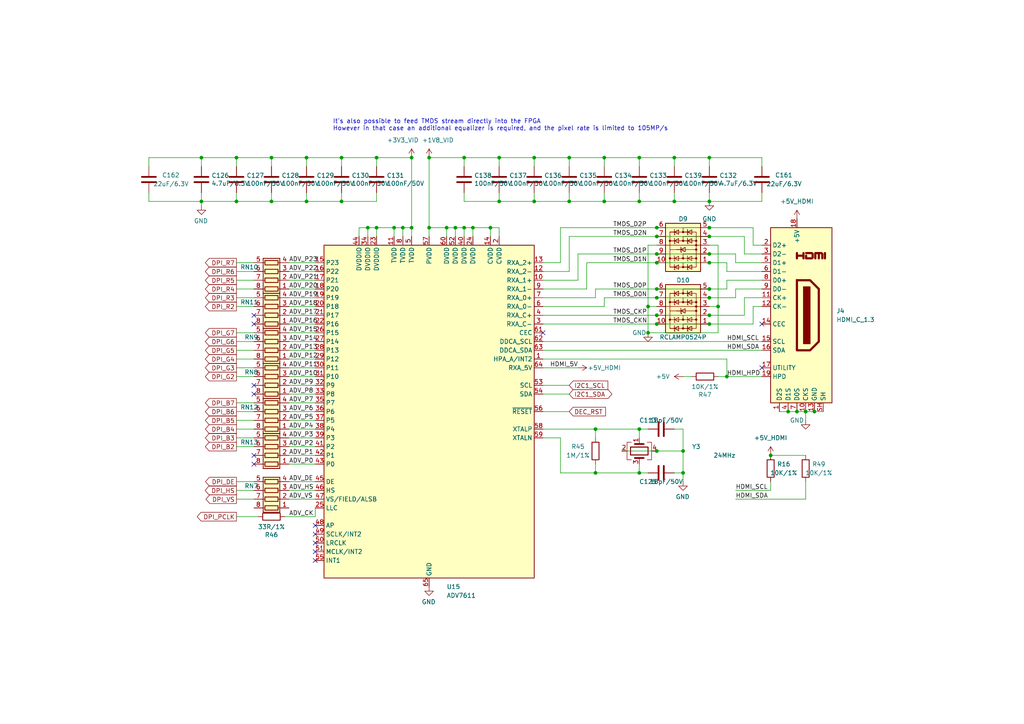
<source format=kicad_sch>
(kicad_sch (version 20231120) (generator "eeschema") (generator_version "8.0")
  (paper "A4")
  (title_block (title "Glider") (date "2025-04-18") (rev "R0.13") (company "Copyright 2025 Wenting Zhang"))
  (lib_symbols
    (symbol "Connector:HDMI_C_1.3"
      (property "Reference" "J" (at -6.35 26.67 0))
      (property "Value" "HDMI_C_1.3" (at 10.16 26.67 0))
      (symbol "HDMI_C_1.3_0_0"
        (polyline (pts (xy 8.128 16.51) (xy 8.128 18.034)) (stroke (width 0.635)))
        (polyline (pts (xy 0 16.51) (xy 0 18.034) (xy 0 17.272) (xy 1.905 17.272) (xy 1.905 18.034) (xy 1.905 16.51)) (stroke (width 0.635)))
        (polyline (pts (xy 2.667 18.034) (xy 4.318 18.034) (xy 4.572 17.78) (xy 4.572 16.764) (xy 4.318 16.51) (xy 2.667 16.51) (xy 2.667 17.272)) (stroke (width 0.635)))
      )
      (symbol "HDMI_C_1.3_0_1"
        (rectangle (start -7.62 25.4) (end 10.16 -25.4) (stroke (width 0.254)) (fill (type background)))
        (polyline (pts (xy 0 10.16) (xy 3.81 10.16) (xy 6.35 7.62) (xy 6.35 -7.62) (xy 3.81 -10.16) (xy 0 -10.16) (xy 0 10.16)) (stroke (width 0.635)))
        (polyline (pts (xy 5.334 16.51) (xy 5.334 18.034) (xy 6.35 18.034) (xy 6.35 16.51) (xy 6.35 18.034) (xy 7.112 18.034) (xy 7.366 17.78) (xy 7.366 16.51)) (stroke (width 0.635)))
        (rectangle (start 1.905 8.255) (end 3.81 -8.255) (stroke (width 0.254)) (fill (type outline)))
      )
      (symbol "HDMI_C_1.3_1_1"
        (pin power_in line (at -5.08 -27.94 90) (length 2.54) (name "D2S") (number "1"))
        (pin power_in line (at 2.54 -27.94 90) (length 2.54) (name "CKS") (number "10"))
        (pin passive line (at -10.16 5.08 0) (length 2.54) (name "CK+") (number "11"))
        (pin passive line (at -10.16 2.54 0) (length 2.54) (name "CK-") (number "12"))
        (pin power_in line (at 5.08 -27.94 90) (length 2.54) (name "GND") (number "13"))
        (pin bidirectional line (at -10.16 -2.54 0) (length 2.54) (name "CEC") (number "14"))
        (pin passive line (at -10.16 -7.62 0) (length 2.54) (name "SCL") (number "15"))
        (pin bidirectional line (at -10.16 -10.16 0) (length 2.54) (name "SDA") (number "16"))
        (pin passive line (at -10.16 -15.24 0) (length 2.54) (name "UTILITY") (number "17"))
        (pin power_in line (at 0 27.94 270) (length 2.54) (name "+5V") (number "18"))
        (pin passive line (at -10.16 -17.78 0) (length 2.54) (name "HPD") (number "19"))
        (pin passive line (at -10.16 20.32 0) (length 2.54) (name "D2+") (number "2"))
        (pin passive line (at -10.16 17.78 0) (length 2.54) (name "D2-") (number "3"))
        (pin power_in line (at -2.54 -27.94 90) (length 2.54) (name "D1S") (number "4"))
        (pin passive line (at -10.16 15.24 0) (length 2.54) (name "D1+") (number "5"))
        (pin passive line (at -10.16 12.7 0) (length 2.54) (name "D1-") (number "6"))
        (pin power_in line (at 0 -27.94 90) (length 2.54) (name "D0S") (number "7"))
        (pin passive line (at -10.16 10.16 0) (length 2.54) (name "D0+") (number "8"))
        (pin passive line (at -10.16 7.62 0) (length 2.54) (name "D0-") (number "9"))
        (pin passive line (at 7.62 -27.94 90) (length 2.54) (name "SH") (number "SH"))
      )
    )
    (symbol "Device:C" (pin_numbers hide) (pin_names (offset 0.254))
      (property "Reference" "C" (at 0.635 2.54 0))
      (property "Value" "C" (at 0.635 -2.54 0))
      (symbol "C_0_1"
        (polyline (pts (xy -2.032 -0.762) (xy 2.032 -0.762)) (stroke (width 0.508)))
        (polyline (pts (xy -2.032 0.762) (xy 2.032 0.762)) (stroke (width 0.508)))
      )
      (symbol "C_1_1"
        (pin passive line (at 0 3.81 270) (length 2.794) (name "~") (number "1"))
        (pin passive line (at 0 -3.81 90) (length 2.794) (name "~") (number "2"))
      )
    )
    (symbol "Device:Crystal_GND24" (pin_names (offset 1.016) hide)
      (property "Reference" "Y" (at 3.175 5.08 0))
      (property "Value" "Crystal_GND24" (at 3.175 3.175 0))
      (symbol "Crystal_GND24_0_1"
        (rectangle (start -1.143 2.54) (end 1.143 -2.54) (stroke (width 0.3048)))
        (polyline (pts (xy -2.54 0) (xy -2.032 0)))
        (polyline (pts (xy -2.032 -1.27) (xy -2.032 1.27)) (stroke (width 0.508)))
        (polyline (pts (xy 0 -3.81) (xy 0 -3.556)))
        (polyline (pts (xy 0 3.556) (xy 0 3.81)))
        (polyline (pts (xy 2.032 -1.27) (xy 2.032 1.27)) (stroke (width 0.508)))
        (polyline (pts (xy 2.032 0) (xy 2.54 0)))
        (polyline (pts (xy -2.54 -2.286) (xy -2.54 -3.556) (xy 2.54 -3.556) (xy 2.54 -2.286)))
        (polyline (pts (xy -2.54 2.286) (xy -2.54 3.556) (xy 2.54 3.556) (xy 2.54 2.286)))
      )
      (symbol "Crystal_GND24_1_1"
        (pin passive line (at -3.81 0 0) (length 1.27) (name "1") (number "1"))
        (pin passive line (at 0 5.08 270) (length 1.27) (name "2") (number "2"))
        (pin passive line (at 3.81 0 180) (length 1.27) (name "3") (number "3"))
        (pin passive line (at 0 -5.08 90) (length 1.27) (name "4") (number "4"))
      )
    )
    (symbol "Device:R" (pin_numbers hide) (pin_names (offset 0))
      (property "Reference" "R" (at 2.032 0 90))
      (property "Value" "R" (at 0 0 90))
      (symbol "R_0_1"
        (rectangle (start -1.016 -2.54) (end 1.016 2.54) (stroke (width 0.254)))
      )
      (symbol "R_1_1"
        (pin passive line (at 0 3.81 270) (length 1.27) (name "~") (number "1"))
        (pin passive line (at 0 -3.81 90) (length 1.27) (name "~") (number "2"))
      )
    )
    (symbol "Device:R_Pack04" (pin_names (offset 0) hide)
      (property "Reference" "RN" (at -7.62 0 90))
      (property "Value" "R_Pack04" (at 5.08 0 90))
      (symbol "R_Pack04_0_1"
        (rectangle (start -6.35 -2.413) (end 3.81 2.413) (stroke (width 0.254)) (fill (type background)))
        (rectangle (start -5.715 1.905) (end -4.445 -1.905) (stroke (width 0.254)))
        (rectangle (start -3.175 1.905) (end -1.905 -1.905) (stroke (width 0.254)))
        (rectangle (start -0.635 1.905) (end 0.635 -1.905) (stroke (width 0.254)))
        (polyline (pts (xy -5.08 -2.54) (xy -5.08 -1.905)))
        (polyline (pts (xy -5.08 1.905) (xy -5.08 2.54)))
        (polyline (pts (xy -2.54 -2.54) (xy -2.54 -1.905)))
        (polyline (pts (xy -2.54 1.905) (xy -2.54 2.54)))
        (polyline (pts (xy 0 -2.54) (xy 0 -1.905)))
        (polyline (pts (xy 0 1.905) (xy 0 2.54)))
        (polyline (pts (xy 2.54 -2.54) (xy 2.54 -1.905)))
        (polyline (pts (xy 2.54 1.905) (xy 2.54 2.54)))
        (rectangle (start 1.905 1.905) (end 3.175 -1.905) (stroke (width 0.254)))
      )
      (symbol "R_Pack04_1_1"
        (pin passive line (at -5.08 -5.08 90) (length 2.54) (name "R1.1") (number "1"))
        (pin passive line (at -2.54 -5.08 90) (length 2.54) (name "R2.1") (number "2"))
        (pin passive line (at 0 -5.08 90) (length 2.54) (name "R3.1") (number "3"))
        (pin passive line (at 2.54 -5.08 90) (length 2.54) (name "R4.1") (number "4"))
        (pin passive line (at 2.54 5.08 270) (length 2.54) (name "R4.2") (number "5"))
        (pin passive line (at 0 5.08 270) (length 2.54) (name "R3.2") (number "6"))
        (pin passive line (at -2.54 5.08 270) (length 2.54) (name "R2.2") (number "7"))
        (pin passive line (at -5.08 5.08 270) (length 2.54) (name "R1.2") (number "8"))
      )
    )
    (symbol "Interface_HDMI:ADV7611"
      (property "Reference" "U" (at -30.48 49.53 0))
      (property "Value" "ADV7611" (at 30.48 49.53 0))
      (symbol "ADV7611_0_1"
        (rectangle (start -30.48 48.26) (end 30.48 -48.26) (stroke (width 0.254)) (fill (type background)))
      )
      (symbol "ADV7611_1_1"
        (pin bidirectional line (at -33.02 15.24 0) (length 2.54) (name "HPA_A/INT2") (number "1"))
        (pin input line (at -33.02 38.1 0) (length 2.54) (name "RXA_1+") (number "10"))
        (pin power_in line (at 10.16 50.8 270) (length 2.54) (name "TVDD") (number "11"))
        (pin input line (at -33.02 40.64 0) (length 2.54) (name "RXA_2-") (number "12"))
        (pin input line (at -33.02 43.18 0) (length 2.54) (name "RXA_2+") (number "13"))
        (pin power_in line (at -17.78 50.8 270) (length 2.54) (name "CVDD") (number "14"))
        (pin output line (at 33.02 43.18 180) (length 2.54) (name "P23") (number "15"))
        (pin output line (at 33.02 40.64 180) (length 2.54) (name "P22") (number "16"))
        (pin output line (at 33.02 38.1 180) (length 2.54) (name "P21") (number "17"))
        (pin output line (at 33.02 35.56 180) (length 2.54) (name "P20") (number "18"))
        (pin output line (at 33.02 33.02 180) (length 2.54) (name "P19") (number "19"))
        (pin power_in line (at -20.32 50.8 270) (length 2.54) (name "CVDD") (number "2"))
        (pin output line (at 33.02 30.48 180) (length 2.54) (name "P18") (number "20"))
        (pin output line (at 33.02 27.94 180) (length 2.54) (name "P17") (number "21"))
        (pin output line (at 33.02 25.4 180) (length 2.54) (name "P16") (number "22"))
        (pin power_in line (at 15.24 50.8 270) (length 2.54) (name "DVDDIO") (number "23"))
        (pin power_in line (at -12.7 50.8 270) (length 2.54) (name "DVDD") (number "24"))
        (pin output line (at 33.02 -27.94 180) (length 2.54) (name "LLC") (number "25"))
        (pin output line (at 33.02 22.86 180) (length 2.54) (name "P15") (number "26"))
        (pin output line (at 33.02 20.32 180) (length 2.54) (name "P14") (number "27"))
        (pin output line (at 33.02 17.78 180) (length 2.54) (name "P13") (number "28"))
        (pin output line (at 33.02 15.24 180) (length 2.54) (name "P12") (number "29"))
        (pin input line (at -33.02 25.4 0) (length 2.54) (name "RXA_C-") (number "3"))
        (pin output line (at 33.02 12.7 180) (length 2.54) (name "P11") (number "30"))
        (pin output line (at 33.02 10.16 180) (length 2.54) (name "P10") (number "31"))
        (pin output line (at 33.02 7.62 180) (length 2.54) (name "P9") (number "32"))
        (pin output line (at 33.02 5.08 180) (length 2.54) (name "P8") (number "33"))
        (pin power_in line (at 17.78 50.8 270) (length 2.54) (name "DVDDIO") (number "34"))
        (pin output line (at 33.02 2.54 180) (length 2.54) (name "P7") (number "35"))
        (pin output line (at 33.02 0 180) (length 2.54) (name "P6") (number "36"))
        (pin output line (at 33.02 -2.54 180) (length 2.54) (name "P5") (number "37"))
        (pin output line (at 33.02 -5.08 180) (length 2.54) (name "P4") (number "38"))
        (pin output line (at 33.02 -7.62 180) (length 2.54) (name "P3") (number "39"))
        (pin input line (at -33.02 27.94 0) (length 2.54) (name "RXA_C+") (number "4"))
        (pin power_in line (at -10.16 50.8 270) (length 2.54) (name "DVDD") (number "40"))
        (pin output line (at 33.02 -10.16 180) (length 2.54) (name "P2") (number "41"))
        (pin output line (at 33.02 -12.7 180) (length 2.54) (name "P1") (number "42"))
        (pin output line (at 33.02 -15.24 180) (length 2.54) (name "P0") (number "43"))
        (pin power_in line (at 20.32 50.8 270) (length 2.54) (name "DVDDIO") (number "44"))
        (pin output line (at 33.02 -20.32 180) (length 2.54) (name "DE") (number "45"))
        (pin output line (at 33.02 -22.86 180) (length 2.54) (name "HS") (number "46"))
        (pin bidirectional line (at 33.02 -25.4 180) (length 2.54) (name "VS/FIELD/ALSB") (number "47"))
        (pin output line (at 33.02 -33.02 180) (length 2.54) (name "AP") (number "48"))
        (pin output line (at 33.02 -35.56 180) (length 2.54) (name "SCLK/INT2") (number "49"))
        (pin power_in line (at 5.08 50.8 270) (length 2.54) (name "TVDD") (number "5"))
        (pin output line (at 33.02 -38.1 180) (length 2.54) (name "LRCLK") (number "50"))
        (pin output line (at 33.02 -40.64 180) (length 2.54) (name "MCLK/INT2") (number "51"))
        (pin power_in line (at -7.62 50.8 270) (length 2.54) (name "DVDD") (number "52"))
        (pin input line (at -33.02 7.62 0) (length 2.54) (name "SCL") (number "53"))
        (pin bidirectional line (at -33.02 5.08 0) (length 2.54) (name "SDA") (number "54"))
        (pin output line (at 33.02 -43.18 180) (length 2.54) (name "INT1") (number "55"))
        (pin input line (at -33.02 0 0) (length 2.54) (name "~{RESET}") (number "56"))
        (pin power_in line (at 0 50.8 270) (length 2.54) (name "PVDD") (number "57"))
        (pin input line (at -33.02 -5.08 0) (length 2.54) (name "XTALP") (number "58"))
        (pin input line (at -33.02 -7.62 0) (length 2.54) (name "XTALN") (number "59"))
        (pin input line (at -33.02 30.48 0) (length 2.54) (name "RXA_0-") (number "6"))
        (pin power_in line (at -5.08 50.8 270) (length 2.54) (name "DVDD") (number "60"))
        (pin bidirectional line (at -33.02 22.86 0) (length 2.54) (name "CEC") (number "61"))
        (pin input line (at -33.02 20.32 0) (length 2.54) (name "DDCA_SCL") (number "62"))
        (pin bidirectional line (at -33.02 17.78 0) (length 2.54) (name "DDCA_SDA") (number "63"))
        (pin input line (at -33.02 12.7 0) (length 2.54) (name "RXA_5V") (number "64"))
        (pin power_in line (at 0 -50.8 90) (length 2.54) (name "GND") (number "65"))
        (pin input line (at -33.02 33.02 0) (length 2.54) (name "RXA_0+") (number "7"))
        (pin power_in line (at 7.62 50.8 270) (length 2.54) (name "TVDD") (number "8"))
        (pin input line (at -33.02 35.56 0) (length 2.54) (name "RXA_1-") (number "9"))
      )
    )
    (symbol "power:+5V" (power) (pin_names (offset 0))
      (property "Value" "+5V" (at 0 3.556 0))
      (symbol "+5V_0_1"
        (polyline (pts (xy -0.762 1.27) (xy 0 2.54)))
        (polyline (pts (xy 0 0) (xy 0 2.54)))
        (polyline (pts (xy 0 2.54) (xy 0.762 1.27)))
      )
      (symbol "+5V_1_1"
        (pin power_in line (at 0 0 90) (length 0) hide (name "+5V") (number "1"))
      )
    )
    (symbol "power:GND" (power) (pin_names (offset 0))
      (property "Value" "GND" (at 0 -3.81 0))
      (symbol "GND_0_1"
        (polyline (pts (xy 0 0) (xy 0 -1.27) (xy 1.27 -1.27) (xy 0 -2.54) (xy -1.27 -1.27) (xy 0 -1.27)))
      )
      (symbol "GND_1_1"
        (pin power_in line (at 0 0 270) (length 0) hide (name "GND") (number "1"))
      )
    )
    (symbol "symbols:+V" (power) (pin_names (offset 0))
      (property "Value" "+V" (at 0 3.556 0))
      (symbol "+V_0_1"
        (polyline (pts (xy -0.762 1.27) (xy 0 2.54)))
        (polyline (pts (xy 0 0) (xy 0 2.54)))
        (polyline (pts (xy 0 2.54) (xy 0.762 1.27)))
      )
      (symbol "+V_1_1"
        (pin power_in line (at 0 0 90) (length 0) hide (name "~") (number "1"))
      )
    )
    (symbol "symbols:RCLAMP0524P" (pin_names hide)
      (property "Reference" "D" (at 7.62 1.27 0))
      (property "Value" "RCLAMP0524P" (at 7.62 -0.635 0))
      (symbol "RCLAMP0524P_0_0"
        (pin passive line (at 0 -7.62 90) (length 2.54) (name "GND") (number "3"))
      )
      (symbol "RCLAMP0524P_0_1"
        (rectangle (start -7.62 5.08) (end 6.35 -5.08) (stroke (width 0.254)) (fill (type background)))
        (circle (center -6.35 0) (radius 0.254) (fill (type outline)))
        (circle (center -3.81 -3.81) (radius 0.254) (fill (type outline)))
        (circle (center -3.81 0) (radius 0.254) (fill (type outline)))
        (circle (center -3.81 3.81) (radius 0.254) (fill (type outline)))
        (circle (center -1.27 -3.81) (radius 0.254) (fill (type outline)))
        (circle (center 0 -3.81) (radius 0.254) (fill (type outline)))
        (polyline (pts (xy -6.35 0) (xy -6.35 -1.27)))
        (polyline (pts (xy -6.35 2.54) (xy -6.35 -1.27)))
        (polyline (pts (xy -6.35 3.81) (xy -6.35 2.54)))
        (polyline (pts (xy -6.35 3.81) (xy -6.35 2.54)))
        (polyline (pts (xy -3.81 -3.81) (xy -3.81 2.54)))
        (polyline (pts (xy -3.81 3.81) (xy -3.81 2.54)))
        (polyline (pts (xy -3.175 -1.27) (xy -3.048 -1.27)))
        (polyline (pts (xy -3.175 2.54) (xy -3.048 2.54)))
        (polyline (pts (xy -1.27 0.635) (xy -1.27 -3.81)))
        (polyline (pts (xy -1.27 1.905) (xy -1.27 0.635)))
        (polyline (pts (xy -1.27 3.81) (xy -1.27 0.635)))
        (polyline (pts (xy 0 -5.08) (xy 0 -3.81)))
        (polyline (pts (xy 0 5.08) (xy 0 -3.81)))
        (polyline (pts (xy 1.27 -3.81) (xy -1.27 -3.81)))
        (polyline (pts (xy 1.27 0) (xy 1.27 -1.27)))
        (polyline (pts (xy 1.27 2.54) (xy 1.27 -1.27)))
        (polyline (pts (xy 1.27 3.81) (xy 1.27 2.54)))
        (polyline (pts (xy 1.27 3.81) (xy 1.27 2.54)))
        (polyline (pts (xy 3.81 0) (xy 3.81 -1.27)))
        (polyline (pts (xy 3.81 2.54) (xy 3.81 -1.27)))
        (polyline (pts (xy 3.81 3.81) (xy -6.35 3.81)))
        (polyline (pts (xy 3.81 3.81) (xy 3.81 2.54)))
        (polyline (pts (xy 3.81 3.81) (xy 3.81 2.54)))
        (polyline (pts (xy -6.35 -1.27) (xy -6.35 -3.81) (xy -1.27 -3.81)))
        (polyline (pts (xy -5.08 -5.08) (xy -5.08 0) (xy -6.35 0)))
        (polyline (pts (xy -3.175 -1.27) (xy -4.572 -1.27) (xy -4.572 -1.524)))
        (polyline (pts (xy -3.175 2.54) (xy -4.572 2.54) (xy -4.572 2.286)))
        (polyline (pts (xy -2.54 -5.08) (xy -2.54 0) (xy -3.81 0)))
        (polyline (pts (xy 1.27 -1.27) (xy 1.27 -3.81) (xy 3.81 -3.81)))
        (polyline (pts (xy 2.54 -5.08) (xy 2.54 0) (xy 1.27 0)))
        (polyline (pts (xy 3.81 -1.27) (xy 3.81 -3.81) (xy 3.81 -3.81)))
        (polyline (pts (xy 5.08 -5.08) (xy 5.08 0) (xy 3.81 0)))
        (polyline (pts (xy -7.112 -1.524) (xy -7.112 -1.27) (xy -5.715 -1.27) (xy -5.588 -1.27)))
        (polyline (pts (xy -7.112 -1.524) (xy -7.112 -1.27) (xy -5.715 -1.27) (xy -5.588 -1.27)))
        (polyline (pts (xy -7.112 2.286) (xy -7.112 2.54) (xy -5.715 2.54) (xy -5.588 2.54)))
        (polyline (pts (xy -7.112 2.286) (xy -7.112 2.54) (xy -5.715 2.54) (xy -5.588 2.54)))
        (polyline (pts (xy -6.35 -1.27) (xy -5.715 -2.54) (xy -6.985 -2.54) (xy -6.35 -1.27)))
        (polyline (pts (xy -6.35 -1.27) (xy -5.715 -2.54) (xy -6.985 -2.54) (xy -6.35 -1.27)))
        (polyline (pts (xy -6.35 2.54) (xy -5.715 1.27) (xy -6.985 1.27) (xy -6.35 2.54)))
        (polyline (pts (xy -6.35 2.54) (xy -5.715 1.27) (xy -6.985 1.27) (xy -6.35 2.54)))
        (polyline (pts (xy -3.175 -2.54) (xy -4.445 -2.54) (xy -3.81 -1.27) (xy -3.175 -2.54)))
        (polyline (pts (xy -3.175 1.27) (xy -4.445 1.27) (xy -3.81 2.54) (xy -3.175 1.27)))
        (polyline (pts (xy -2.032 0.381) (xy -2.032 0.635) (xy -0.635 0.635) (xy -0.508 0.635)))
        (polyline (pts (xy -2.032 0.381) (xy -2.032 0.635) (xy -0.635 0.635) (xy -0.508 0.635)))
        (polyline (pts (xy -1.27 0.635) (xy -0.635 -0.635) (xy -1.905 -0.635) (xy -1.27 0.635)))
        (polyline (pts (xy -1.27 0.635) (xy -0.635 -0.635) (xy -1.905 -0.635) (xy -1.27 0.635)))
        (polyline (pts (xy 0.508 -1.524) (xy 0.508 -1.27) (xy 1.905 -1.27) (xy 2.032 -1.27)))
        (polyline (pts (xy 0.508 -1.524) (xy 0.508 -1.27) (xy 1.905 -1.27) (xy 2.032 -1.27)))
        (polyline (pts (xy 0.508 2.286) (xy 0.508 2.54) (xy 1.905 2.54) (xy 2.032 2.54)))
        (polyline (pts (xy 0.508 2.286) (xy 0.508 2.54) (xy 1.905 2.54) (xy 2.032 2.54)))
        (polyline (pts (xy 1.27 -1.27) (xy 1.905 -2.54) (xy 0.635 -2.54) (xy 1.27 -1.27)))
        (polyline (pts (xy 1.27 -1.27) (xy 1.905 -2.54) (xy 0.635 -2.54) (xy 1.27 -1.27)))
        (polyline (pts (xy 1.27 2.54) (xy 1.905 1.27) (xy 0.635 1.27) (xy 1.27 2.54)))
        (polyline (pts (xy 1.27 2.54) (xy 1.905 1.27) (xy 0.635 1.27) (xy 1.27 2.54)))
        (polyline (pts (xy 3.048 -1.524) (xy 3.048 -1.27) (xy 4.445 -1.27) (xy 4.572 -1.27)))
        (polyline (pts (xy 3.048 -1.524) (xy 3.048 -1.27) (xy 4.445 -1.27) (xy 4.572 -1.27)))
        (polyline (pts (xy 3.048 2.286) (xy 3.048 2.54) (xy 4.445 2.54) (xy 4.572 2.54)))
        (polyline (pts (xy 3.048 2.286) (xy 3.048 2.54) (xy 4.445 2.54) (xy 4.572 2.54)))
        (polyline (pts (xy 3.81 -1.27) (xy 4.445 -2.54) (xy 3.175 -2.54) (xy 3.81 -1.27)))
        (polyline (pts (xy 3.81 -1.27) (xy 4.445 -2.54) (xy 3.175 -2.54) (xy 3.81 -1.27)))
        (polyline (pts (xy 3.81 2.54) (xy 4.445 1.27) (xy 3.175 1.27) (xy 3.81 2.54)))
        (polyline (pts (xy 3.81 2.54) (xy 4.445 1.27) (xy 3.175 1.27) (xy 3.81 2.54)))
        (circle (center 1.27 -3.81) (radius 0.254) (fill (type outline)))
        (circle (center 1.27 0) (radius 0.254) (fill (type outline)))
        (circle (center 1.27 3.81) (radius 0.254) (fill (type outline)))
        (circle (center 3.81 0) (radius 0.254) (fill (type outline)))
      )
      (symbol "RCLAMP0524P_1_1"
        (pin passive line (at -5.08 -7.62 90) (length 2.54) (name "IO1") (number "1"))
        (pin passive line (at -5.08 7.62 270) (length 2.54) (name "NC4") (number "10"))
        (pin passive line (at -2.54 -7.62 90) (length 2.54) (name "IO2") (number "2"))
        (pin passive line (at 2.54 -7.62 90) (length 2.54) (name "IO3") (number "4"))
        (pin passive line (at 5.08 -7.62 90) (length 2.54) (name "IO4") (number "5"))
        (pin passive line (at 5.08 7.62 270) (length 2.54) (name "NC1") (number "6"))
        (pin passive line (at 2.54 7.62 270) (length 2.54) (name "NC2") (number "7"))
        (pin passive line (at 0 7.62 270) (length 2.54) (name "GND") (number "8"))
        (pin passive line (at -2.54 7.62 270) (length 2.54) (name "NC3") (number "9"))
      )
    )
  )
  (junction (at 210.82 109.22))
  (junction (at 190.5 73.66))
  (junction (at 205.74 73.66))
  (junction (at 119.38 66.04))
  (junction (at 175.26 45.72))
  (junction (at 195.58 58.42))
  (junction (at 236.22 119.38))
  (junction (at 172.72 137.16))
  (junction (at 129.54 66.04))
  (junction (at 205.74 91.44))
  (junction (at 190.5 93.98))
  (junction (at 175.26 58.42))
  (junction (at 172.72 124.46))
  (junction (at 165.1 58.42))
  (junction (at 106.68 66.04))
  (junction (at 119.38 45.72))
  (junction (at 58.42 45.72))
  (junction (at 205.74 58.42))
  (junction (at 144.78 58.42))
  (junction (at 132.08 66.04))
  (junction (at 198.12 137.16) (diameter 0.9144))
  (junction (at 187.96 96.52))
  (junction (at 190.5 66.04))
  (junction (at 205.74 45.72))
  (junction (at 185.42 137.16) (diameter 0.9144))
  (junction (at 190.5 76.2))
  (junction (at 109.22 66.04))
  (junction (at 208.28 88.9))
  (junction (at 190.5 86.36))
  (junction (at 116.84 66.04))
  (junction (at 190.5 91.44))
  (junction (at 134.62 45.72))
  (junction (at 185.42 124.46) (diameter 0.9144))
  (junction (at 142.24 66.04))
  (junction (at 114.3 66.04))
  (junction (at 99.06 45.72))
  (junction (at 68.58 58.42))
  (junction (at 190.5 68.58))
  (junction (at 187.96 88.9))
  (junction (at 185.42 45.72))
  (junction (at 134.62 66.04))
  (junction (at 88.9 45.72))
  (junction (at 228.6 119.38))
  (junction (at 109.22 45.72))
  (junction (at 88.9 58.42))
  (junction (at 144.78 45.72))
  (junction (at 78.74 58.42))
  (junction (at 205.74 76.2))
  (junction (at 205.74 83.82))
  (junction (at 165.1 45.72))
  (junction (at 124.46 45.72))
  (junction (at 137.16 66.04))
  (junction (at 231.14 119.38))
  (junction (at 68.58 45.72))
  (junction (at 195.58 45.72))
  (junction (at 154.94 45.72))
  (junction (at 185.42 58.42))
  (junction (at 58.42 58.42) (diameter 0.9144))
  (junction (at 190.5 83.82))
  (junction (at 205.74 93.98))
  (junction (at 190.5 130.81) (diameter 0.9144))
  (junction (at 205.74 66.04))
  (junction (at 233.68 119.38))
  (junction (at 205.74 68.58))
  (junction (at 78.74 45.72))
  (junction (at 205.74 86.36))
  (junction (at 124.46 66.04))
  (junction (at 99.06 58.42))
  (junction (at 198.12 130.81) (diameter 0.9144))
  (junction (at 154.94 58.42))
  (junction (at 223.52 132.08))
  (no_connect (at 73.66 91.44))
  (no_connect (at 73.66 132.08))
  (no_connect (at 91.44 162.56))
  (no_connect (at 91.44 160.02))
  (no_connect (at 73.66 114.3))
  (no_connect (at 91.44 152.4))
  (no_connect (at 220.98 106.68))
  (no_connect (at 73.66 134.62))
  (no_connect (at 157.48 96.52))
  (no_connect (at 73.66 111.76))
  (no_connect (at 73.66 93.98))
  (no_connect (at 91.44 157.48))
  (no_connect (at 220.98 93.98))
  (no_connect (at 91.44 154.94))
  (wire (pts (xy 198.12 130.81) (xy 190.5 130.81)))
  (wire (pts (xy 233.68 144.78) (xy 233.68 139.7)))
  (wire (pts (xy 83.82 99.06) (xy 91.44 99.06)))
  (wire (pts (xy 132.08 66.04) (xy 129.54 66.04)))
  (wire (pts (xy 114.3 66.04) (xy 116.84 66.04)))
  (wire (pts (xy 220.98 71.12) (xy 218.44 71.12)))
  (wire (pts (xy 190.5 93.98) (xy 205.74 93.98)))
  (wire (pts (xy 68.58 119.38) (xy 73.66 119.38)))
  (wire (pts (xy 205.74 83.82) (xy 210.82 83.82)))
  (wire (pts (xy 175.26 45.72) (xy 185.42 45.72)))
  (wire (pts (xy 172.72 137.16) (xy 185.42 137.16)))
  (wire (pts (xy 185.42 127) (xy 185.42 124.46)))
  (wire (pts (xy 210.82 104.14) (xy 210.82 109.22)))
  (wire (pts (xy 68.58 129.54) (xy 73.66 129.54)))
  (wire (pts (xy 220.98 58.42) (xy 205.74 58.42)))
  (wire (pts (xy 68.58 96.52) (xy 73.66 96.52)))
  (wire (pts (xy 144.78 55.88) (xy 144.78 58.42)))
  (wire (pts (xy 58.42 58.42) (xy 68.58 58.42)))
  (wire (pts (xy 195.58 58.42) (xy 205.74 58.42)))
  (wire (pts (xy 226.06 119.38) (xy 228.6 119.38)))
  (wire (pts (xy 68.58 81.28) (xy 73.66 81.28)))
  (wire (pts (xy 43.18 58.42) (xy 58.42 58.42)))
  (wire (pts (xy 208.28 71.12) (xy 208.28 88.9)))
  (wire (pts (xy 129.54 66.04) (xy 124.46 66.04)))
  (wire (pts (xy 58.42 45.72) (xy 58.42 48.26)))
  (wire (pts (xy 231.14 119.38) (xy 233.68 119.38)))
  (wire (pts (xy 165.1 45.72) (xy 175.26 45.72)))
  (wire (pts (xy 210.82 109.22) (xy 220.98 109.22)))
  (wire (pts (xy 175.26 55.88) (xy 175.26 58.42)))
  (wire (pts (xy 109.22 45.72) (xy 119.38 45.72)))
  (wire (pts (xy 106.68 66.04) (xy 106.68 68.58)))
  (wire (pts (xy 157.48 76.2) (xy 162.56 76.2)))
  (wire (pts (xy 228.6 119.38) (xy 231.14 119.38)))
  (wire (pts (xy 78.74 58.42) (xy 88.9 58.42)))
  (wire (pts (xy 187.96 124.46) (xy 185.42 124.46)))
  (wire (pts (xy 175.26 58.42) (xy 185.42 58.42)))
  (wire (pts (xy 83.82 88.9) (xy 91.44 88.9)))
  (wire (pts (xy 180.34 130.81) (xy 190.5 130.81)))
  (wire (pts (xy 134.62 66.04) (xy 132.08 66.04)))
  (wire (pts (xy 172.72 134.62) (xy 172.72 137.16)))
  (wire (pts (xy 220.98 83.82) (xy 213.36 83.82)))
  (wire (pts (xy 220.98 55.88) (xy 220.98 58.42)))
  (wire (pts (xy 165.1 68.58) (xy 190.5 68.58)))
  (wire (pts (xy 83.82 93.98) (xy 91.44 93.98)))
  (wire (pts (xy 190.5 91.44) (xy 205.74 91.44)))
  (wire (pts (xy 172.72 124.46) (xy 157.48 124.46)))
  (wire (pts (xy 68.58 149.86) (xy 74.93 149.86)))
  (wire (pts (xy 205.74 71.12) (xy 208.28 71.12)))
  (wire (pts (xy 185.42 45.72) (xy 185.42 48.26)))
  (wire (pts (xy 190.5 83.82) (xy 205.74 83.82)))
  (wire (pts (xy 83.82 101.6) (xy 91.44 101.6)))
  (wire (pts (xy 68.58 121.92) (xy 73.66 121.92)))
  (wire (pts (xy 99.06 48.26) (xy 99.06 45.72)))
  (wire (pts (xy 175.26 88.9) (xy 175.26 86.36)))
  (wire (pts (xy 68.58 45.72) (xy 78.74 45.72)))
  (wire (pts (xy 210.82 78.74) (xy 210.82 76.2)))
  (wire (pts (xy 233.68 119.38) (xy 236.22 119.38)))
  (wire (pts (xy 83.82 76.2) (xy 91.44 76.2)))
  (wire (pts (xy 187.96 96.52) (xy 208.28 96.52)))
  (wire (pts (xy 91.44 149.86) (xy 91.44 147.32)))
  (wire (pts (xy 68.58 76.2) (xy 73.66 76.2)))
  (wire (pts (xy 195.58 124.46) (xy 198.12 124.46)))
  (wire (pts (xy 58.42 45.72) (xy 68.58 45.72)))
  (wire (pts (xy 124.46 45.72) (xy 124.46 66.04)))
  (wire (pts (xy 99.06 45.72) (xy 109.22 45.72)))
  (wire (pts (xy 187.96 88.9) (xy 187.96 96.52)))
  (wire (pts (xy 236.22 119.38) (xy 238.76 119.38)))
  (wire (pts (xy 190.5 71.12) (xy 187.96 71.12)))
  (wire (pts (xy 83.82 116.84) (xy 91.44 116.84)))
  (wire (pts (xy 83.82 91.44) (xy 91.44 91.44)))
  (wire (pts (xy 185.42 45.72) (xy 195.58 45.72)))
  (wire (pts (xy 83.82 134.62) (xy 91.44 134.62)))
  (wire (pts (xy 157.48 93.98) (xy 190.5 93.98)))
  (wire (pts (xy 68.58 139.7) (xy 73.66 139.7)))
  (wire (pts (xy 116.84 66.04) (xy 116.84 68.58)))
  (wire (pts (xy 198.12 124.46) (xy 198.12 130.81)))
  (wire (pts (xy 187.96 88.9) (xy 190.5 88.9)))
  (wire (pts (xy 213.36 144.78) (xy 233.68 144.78)))
  (wire (pts (xy 154.94 45.72) (xy 165.1 45.72)))
  (wire (pts (xy 68.58 83.82) (xy 73.66 83.82)))
  (wire (pts (xy 68.58 142.24) (xy 73.66 142.24)))
  (wire (pts (xy 109.22 66.04) (xy 114.3 66.04)))
  (wire (pts (xy 68.58 104.14) (xy 73.66 104.14)))
  (wire (pts (xy 142.24 66.04) (xy 142.24 68.58)))
  (wire (pts (xy 134.62 45.72) (xy 134.62 48.26)))
  (wire (pts (xy 88.9 45.72) (xy 88.9 48.26)))
  (wire (pts (xy 190.5 86.36) (xy 205.74 86.36)))
  (wire (pts (xy 190.5 68.58) (xy 205.74 68.58)))
  (wire (pts (xy 68.58 58.42) (xy 78.74 58.42)))
  (wire (pts (xy 175.26 86.36) (xy 190.5 86.36)))
  (wire (pts (xy 208.28 96.52) (xy 208.28 88.9)))
  (wire (pts (xy 132.08 66.04) (xy 132.08 68.58)))
  (wire (pts (xy 165.1 111.76) (xy 157.48 111.76)))
  (wire (pts (xy 172.72 124.46) (xy 172.72 127)))
  (wire (pts (xy 137.16 66.04) (xy 137.16 68.58)))
  (wire (pts (xy 68.58 109.22) (xy 73.66 109.22)))
  (wire (pts (xy 109.22 66.04) (xy 109.22 68.58)))
  (wire (pts (xy 142.24 66.04) (xy 137.16 66.04)))
  (wire (pts (xy 83.82 139.7) (xy 91.44 139.7)))
  (wire (pts (xy 170.18 83.82) (xy 170.18 76.2)))
  (wire (pts (xy 205.74 68.58) (xy 215.9 68.58)))
  (wire (pts (xy 124.46 66.04) (xy 124.46 68.58)))
  (wire (pts (xy 195.58 55.88) (xy 195.58 58.42)))
  (wire (pts (xy 83.82 127) (xy 91.44 127)))
  (wire (pts (xy 154.94 58.42) (xy 165.1 58.42)))
  (wire (pts (xy 165.1 55.88) (xy 165.1 58.42)))
  (wire (pts (xy 213.36 76.2) (xy 213.36 73.66)))
  (wire (pts (xy 218.44 93.98) (xy 205.74 93.98)))
  (wire (pts (xy 157.48 81.28) (xy 167.64 81.28)))
  (wire (pts (xy 116.84 66.04) (xy 119.38 66.04)))
  (wire (pts (xy 213.36 142.24) (xy 223.52 142.24)))
  (wire (pts (xy 215.9 68.58) (xy 215.9 73.66)))
  (wire (pts (xy 88.9 45.72) (xy 99.06 45.72)))
  (wire (pts (xy 78.74 45.72) (xy 88.9 45.72)))
  (wire (pts (xy 83.82 111.76) (xy 91.44 111.76)))
  (wire (pts (xy 162.56 127) (xy 162.56 137.16)))
  (wire (pts (xy 208.28 109.22) (xy 210.82 109.22)))
  (wire (pts (xy 198.12 130.81) (xy 198.12 137.16)))
  (wire (pts (xy 109.22 55.88) (xy 109.22 58.42)))
  (wire (pts (xy 213.36 86.36) (xy 205.74 86.36)))
  (wire (pts (xy 172.72 86.36) (xy 172.72 83.82)))
  (wire (pts (xy 68.58 88.9) (xy 73.66 88.9)))
  (wire (pts (xy 83.82 114.3) (xy 91.44 114.3)))
  (wire (pts (xy 114.3 66.04) (xy 114.3 68.58)))
  (wire (pts (xy 223.52 142.24) (xy 223.52 139.7)))
  (wire (pts (xy 68.58 101.6) (xy 73.66 101.6)))
  (wire (pts (xy 162.56 76.2) (xy 162.56 66.04)))
  (wire (pts (xy 220.98 78.74) (xy 210.82 78.74)))
  (wire (pts (xy 83.82 129.54) (xy 91.44 129.54)))
  (wire (pts (xy 187.96 71.12) (xy 187.96 88.9)))
  (wire (pts (xy 185.42 124.46) (xy 172.72 124.46)))
  (wire (pts (xy 124.46 45.72) (xy 134.62 45.72)))
  (wire (pts (xy 104.14 66.04) (xy 106.68 66.04)))
  (wire (pts (xy 157.48 106.68) (xy 167.64 106.68)))
  (wire (pts (xy 83.82 132.08) (xy 91.44 132.08)))
  (wire (pts (xy 137.16 66.04) (xy 134.62 66.04)))
  (wire (pts (xy 208.28 88.9) (xy 205.74 88.9)))
  (wire (pts (xy 185.42 55.88) (xy 185.42 58.42)))
  (wire (pts (xy 83.82 142.24) (xy 91.44 142.24)))
  (wire (pts (xy 215.9 86.36) (xy 215.9 91.44)))
  (wire (pts (xy 167.64 81.28) (xy 167.64 73.66)))
  (wire (pts (xy 233.68 119.38) (xy 233.68 121.92)))
  (wire (pts (xy 220.98 45.72) (xy 205.74 45.72)))
  (wire (pts (xy 68.58 99.06) (xy 73.66 99.06)))
  (wire (pts (xy 165.1 45.72) (xy 165.1 48.26)))
  (wire (pts (xy 157.48 78.74) (xy 165.1 78.74)))
  (wire (pts (xy 83.82 81.28) (xy 91.44 81.28)))
  (wire (pts (xy 157.48 86.36) (xy 172.72 86.36)))
  (wire (pts (xy 218.44 71.12) (xy 218.44 66.04)))
  (wire (pts (xy 83.82 121.92) (xy 91.44 121.92)))
  (wire (pts (xy 134.62 66.04) (xy 134.62 68.58)))
  (wire (pts (xy 83.82 144.78) (xy 91.44 144.78)))
  (wire (pts (xy 68.58 45.72) (xy 68.58 48.26)))
  (wire (pts (xy 43.18 55.88) (xy 43.18 58.42)))
  (wire (pts (xy 157.48 88.9) (xy 175.26 88.9)))
  (wire (pts (xy 134.62 45.72) (xy 144.78 45.72)))
  (wire (pts (xy 109.22 45.72) (xy 109.22 48.26)))
  (wire (pts (xy 165.1 58.42) (xy 175.26 58.42)))
  (wire (pts (xy 220.98 81.28) (xy 210.82 81.28)))
  (wire (pts (xy 144.78 68.58) (xy 144.78 66.04)))
  (wire (pts (xy 223.52 132.08) (xy 233.68 132.08)))
  (wire (pts (xy 198.12 137.16) (xy 198.12 139.7)))
  (wire (pts (xy 144.78 66.04) (xy 142.24 66.04)))
  (wire (pts (xy 205.74 48.26) (xy 205.74 45.72)))
  (wire (pts (xy 68.58 106.68) (xy 73.66 106.68)))
  (wire (pts (xy 83.82 86.36) (xy 91.44 86.36)))
  (wire (pts (xy 220.98 88.9) (xy 218.44 88.9)))
  (wire (pts (xy 106.68 66.04) (xy 109.22 66.04)))
  (wire (pts (xy 162.56 137.16) (xy 172.72 137.16)))
  (wire (pts (xy 185.42 58.42) (xy 195.58 58.42)))
  (wire (pts (xy 185.42 137.16) (xy 187.96 137.16)))
  (wire (pts (xy 162.56 66.04) (xy 190.5 66.04)))
  (wire (pts (xy 83.82 78.74) (xy 91.44 78.74)))
  (wire (pts (xy 43.18 48.26) (xy 43.18 45.72)))
  (wire (pts (xy 157.48 101.6) (xy 220.98 101.6)))
  (wire (pts (xy 154.94 45.72) (xy 144.78 45.72)))
  (wire (pts (xy 157.48 119.38) (xy 165.1 119.38)))
  (wire (pts (xy 134.62 55.88) (xy 134.62 58.42)))
  (wire (pts (xy 83.82 106.68) (xy 91.44 106.68)))
  (wire (pts (xy 68.58 86.36) (xy 73.66 86.36)))
  (wire (pts (xy 220.98 86.36) (xy 215.9 86.36)))
  (wire (pts (xy 220.98 76.2) (xy 213.36 76.2)))
  (wire (pts (xy 144.78 45.72) (xy 144.78 48.26)))
  (wire (pts (xy 68.58 55.88) (xy 68.58 58.42)))
  (wire (pts (xy 205.74 55.88) (xy 205.74 58.42)))
  (wire (pts (xy 83.82 83.82) (xy 91.44 83.82)))
  (wire (pts (xy 88.9 58.42) (xy 99.06 58.42)))
  (wire (pts (xy 68.58 116.84) (xy 73.66 116.84)))
  (wire (pts (xy 68.58 78.74) (xy 73.66 78.74)))
  (wire (pts (xy 82.55 149.86) (xy 91.44 149.86)))
  (wire (pts (xy 134.62 58.42) (xy 144.78 58.42)))
  (wire (pts (xy 119.38 68.58) (xy 119.38 66.04)))
  (wire (pts (xy 215.9 91.44) (xy 205.74 91.44)))
  (wire (pts (xy 104.14 68.58) (xy 104.14 66.04)))
  (wire (pts (xy 154.94 48.26) (xy 154.94 45.72)))
  (wire (pts (xy 210.82 76.2) (xy 205.74 76.2)))
  (wire (pts (xy 58.42 55.88) (xy 58.42 58.42)))
  (wire (pts (xy 157.48 83.82) (xy 170.18 83.82)))
  (wire (pts (xy 213.36 83.82) (xy 213.36 86.36)))
  (wire (pts (xy 210.82 81.28) (xy 210.82 83.82)))
  (wire (pts (xy 68.58 124.46) (xy 73.66 124.46)))
  (wire (pts (xy 165.1 78.74) (xy 165.1 68.58)))
  (wire (pts (xy 170.18 76.2) (xy 190.5 76.2)))
  (wire (pts (xy 154.94 55.88) (xy 154.94 58.42)))
  (wire (pts (xy 220.98 48.26) (xy 220.98 45.72)))
  (wire (pts (xy 157.48 99.06) (xy 220.98 99.06)))
  (wire (pts (xy 218.44 66.04) (xy 205.74 66.04)))
  (wire (pts (xy 195.58 45.72) (xy 195.58 48.26)))
  (wire (pts (xy 167.64 73.66) (xy 190.5 73.66)))
  (wire (pts (xy 99.06 58.42) (xy 109.22 58.42)))
  (wire (pts (xy 78.74 55.88) (xy 78.74 58.42)))
  (wire (pts (xy 154.94 58.42) (xy 144.78 58.42)))
  (wire (pts (xy 198.12 137.16) (xy 195.58 137.16)))
  (wire (pts (xy 198.12 109.22) (xy 200.66 109.22)))
  (wire (pts (xy 83.82 104.14) (xy 91.44 104.14)))
  (wire (pts (xy 205.74 45.72) (xy 195.58 45.72)))
  (wire (pts (xy 88.9 55.88) (xy 88.9 58.42)))
  (wire (pts (xy 68.58 144.78) (xy 73.66 144.78)))
  (wire (pts (xy 99.06 55.88) (xy 99.06 58.42)))
  (wire (pts (xy 83.82 119.38) (xy 91.44 119.38)))
  (wire (pts (xy 68.58 127) (xy 73.66 127)))
  (wire (pts (xy 190.5 76.2) (xy 205.74 76.2)))
  (wire (pts (xy 165.1 114.3) (xy 157.48 114.3)))
  (wire (pts (xy 83.82 96.52) (xy 91.44 96.52)))
  (wire (pts (xy 129.54 66.04) (xy 129.54 68.58)))
  (wire (pts (xy 157.48 127) (xy 162.56 127)))
  (wire (pts (xy 83.82 109.22) (xy 91.44 109.22)))
  (wire (pts (xy 157.48 91.44) (xy 190.5 91.44)))
  (wire (pts (xy 58.42 58.42) (xy 58.42 59.69)))
  (wire (pts (xy 190.5 66.04) (xy 205.74 66.04)))
  (wire (pts (xy 213.36 73.66) (xy 205.74 73.66)))
  (wire (pts (xy 78.74 45.72) (xy 78.74 48.26)))
  (wire (pts (xy 172.72 83.82) (xy 190.5 83.82)))
  (wire (pts (xy 215.9 73.66) (xy 220.98 73.66)))
  (wire (pts (xy 218.44 88.9) (xy 218.44 93.98)))
  (wire (pts (xy 43.18 45.72) (xy 58.42 45.72)))
  (wire (pts (xy 157.48 104.14) (xy 210.82 104.14)))
  (wire (pts (xy 83.82 124.46) (xy 91.44 124.46)))
  (wire (pts (xy 175.26 45.72) (xy 175.26 48.26)))
  (wire (pts (xy 185.42 134.62) (xy 185.42 137.16)))
  (wire (pts (xy 119.38 45.72) (xy 119.38 66.04)))
  (wire (pts (xy 190.5 73.66) (xy 205.74 73.66)))
  (text "It's also possible to feed TMDS stream directly into the FPGA\nHowever in that case an additional equalizer is required, and the pixel rate is limited to 105MP/s" (at 96.52 38.1 0) (effects (font (size 1.27 1.27)) (justify left bottom)))
  (label "TMDS_D2P" (at 177.8 66.04 0))
  (label "ADV_P9" (at 83.82 111.76 0))
  (label "ADV_HS" (at 83.82 142.24 0))
  (label "ADV_P3" (at 83.82 127 0))
  (label "ADV_P0" (at 83.82 134.62 0))
  (label "TMDS_CKN" (at 177.8 93.98 0))
  (label "ADV_P22" (at 83.82 78.74 0))
  (label "ADV_P11" (at 83.82 106.68 0))
  (label "TMDS_D1N" (at 177.8 76.2 0))
  (label "TMDS_D0P" (at 177.8 83.82 0))
  (label "ADV_P14" (at 83.82 99.06 0))
  (label "HDMI_SCL" (at 213.36 142.24 0))
  (label "ADV_P4" (at 83.82 124.46 0))
  (label "ADV_P10" (at 83.82 109.22 0))
  (label "HDMI_5V" (at 167.64 106.68 180))
  (label "ADV_P19" (at 83.82 86.36 0))
  (label "ADV_P23" (at 83.82 76.2 0))
  (label "ADV_P12" (at 83.82 104.14 0))
  (label "ADV_VS" (at 83.82 144.78 0))
  (label "ADV_P1" (at 83.82 132.08 0))
  (label "ADV_P5" (at 83.82 121.92 0))
  (label "TMDS_D0N" (at 177.8 86.36 0))
  (label "HDMI_HPD" (at 210.82 109.22 0))
  (label "ADV_P8" (at 83.82 114.3 0))
  (label "ADV_CK" (at 83.82 149.86 0))
  (label "ADV_P16" (at 83.82 93.98 0))
  (label "ADV_P13" (at 83.82 101.6 0))
  (label "ADV_P21" (at 83.82 81.28 0))
  (label "TMDS_CKP" (at 177.8 91.44 0))
  (label "ADV_P2" (at 83.82 129.54 0))
  (label "ADV_P17" (at 83.82 91.44 0))
  (label "HDMI_SCL" (at 210.82 99.06 0))
  (label "ADV_P7" (at 83.82 116.84 0))
  (label "ADV_DE" (at 83.82 139.7 0))
  (label "HDMI_SDA" (at 213.36 144.78 0))
  (label "ADV_P20" (at 83.82 83.82 0))
  (label "ADV_P6" (at 83.82 119.38 0))
  (label "ADV_P18" (at 83.82 88.9 0))
  (label "TMDS_D1P" (at 177.8 73.66 0))
  (label "ADV_P15" (at 83.82 96.52 0))
  (label "TMDS_D2N" (at 177.8 68.58 0))
  (label "HDMI_SDA" (at 210.82 101.6 0))
  (global_label "DPI_DE" (shape output) (at 68.58 139.7 180) (property "Intersheetrefs" "${INTERSHEET_REFS}" (effects (hide yes))))
  (global_label "DPI_G5" (shape output) (at 68.58 101.6 180) (property "Intersheetrefs" "${INTERSHEET_REFS}" (effects (hide yes))))
  (global_label "DPI_B4" (shape output) (at 68.58 124.46 180) (property "Intersheetrefs" "${INTERSHEET_REFS}" (effects (hide yes))))
  (global_label "DPI_R3" (shape output) (at 68.58 86.36 180) (property "Intersheetrefs" "${INTERSHEET_REFS}" (effects (hide yes))))
  (global_label "DPI_G3" (shape output) (at 68.58 106.68 180) (property "Intersheetrefs" "${INTERSHEET_REFS}" (effects (hide yes))))
  (global_label "DPI_B2" (shape output) (at 68.58 129.54 180) (property "Intersheetrefs" "${INTERSHEET_REFS}" (effects (hide yes))))
  (global_label "I2C1_SCL" (shape input) (at 165.1 111.76 0) (property "Intersheetrefs" "${INTERSHEET_REFS}" (effects (hide yes))))
  (global_label "DPI_R6" (shape output) (at 68.58 78.74 180) (property "Intersheetrefs" "${INTERSHEET_REFS}" (effects (hide yes))))
  (global_label "DPI_G7" (shape output) (at 68.58 96.52 180) (property "Intersheetrefs" "${INTERSHEET_REFS}" (effects (hide yes))))
  (global_label "DPI_PCLK" (shape output) (at 68.58 149.86 180) (property "Intersheetrefs" "${INTERSHEET_REFS}" (effects (hide yes))))
  (global_label "I2C1_SDA" (shape bidirectional) (at 165.1 114.3 0) (property "Intersheetrefs" "${INTERSHEET_REFS}" (effects (hide yes))))
  (global_label "DPI_G2" (shape output) (at 68.58 109.22 180) (property "Intersheetrefs" "${INTERSHEET_REFS}" (effects (hide yes))))
  (global_label "DPI_G4" (shape output) (at 68.58 104.14 180) (property "Intersheetrefs" "${INTERSHEET_REFS}" (effects (hide yes))))
  (global_label "DPI_B5" (shape output) (at 68.58 121.92 180) (property "Intersheetrefs" "${INTERSHEET_REFS}" (effects (hide yes))))
  (global_label "DPI_R5" (shape output) (at 68.58 81.28 180) (property "Intersheetrefs" "${INTERSHEET_REFS}" (effects (hide yes))))
  (global_label "DPI_R2" (shape output) (at 68.58 88.9 180) (property "Intersheetrefs" "${INTERSHEET_REFS}" (effects (hide yes))))
  (global_label "DPI_VS" (shape output) (at 68.58 144.78 180) (property "Intersheetrefs" "${INTERSHEET_REFS}" (effects (hide yes))))
  (global_label "DPI_G6" (shape output) (at 68.58 99.06 180) (property "Intersheetrefs" "${INTERSHEET_REFS}" (effects (hide yes))))
  (global_label "DPI_R4" (shape output) (at 68.58 83.82 180) (property "Intersheetrefs" "${INTERSHEET_REFS}" (effects (hide yes))))
  (global_label "DPI_HS" (shape output) (at 68.58 142.24 180) (property "Intersheetrefs" "${INTERSHEET_REFS}" (effects (hide yes))))
  (global_label "DEC_RST" (shape input) (at 165.1 119.38 0) (property "Intersheetrefs" "${INTERSHEET_REFS}" (effects (hide yes))))
  (global_label "DPI_B7" (shape output) (at 68.58 116.84 180) (property "Intersheetrefs" "${INTERSHEET_REFS}" (effects (hide yes))))
  (global_label "DPI_B3" (shape output) (at 68.58 127 180) (property "Intersheetrefs" "${INTERSHEET_REFS}" (effects (hide yes))))
  (global_label "DPI_B6" (shape output) (at 68.58 119.38 180) (property "Intersheetrefs" "${INTERSHEET_REFS}" (effects (hide yes))))
  (global_label "DPI_R7" (shape output) (at 68.58 76.2 180) (property "Intersheetrefs" "${INTERSHEET_REFS}" (effects (hide yes))))
  (symbol (lib_id "Device:R_Pack04") (at 78.74 99.06 90) (unit 1)
    (property "Reference" "RN9" (at 74.93 97.79 90) (effects (justify left)))
    (property "Value" "33R / 4D02WGF330JTCE" (effects (hide yes)))
    (property "Footprint" "Resistor_SMD:R_Array_Convex_4x0402" (effects (hide yes)))
  )
  (symbol (lib_id "Device:C") (at 78.74 52.07 0) (unit 1)
    (property "Reference" "C128" (at 81.661 50.9016 0) (effects (justify left)))
    (property "Value" "100nF/50V" (at 81.661 53.213 0) (effects (justify left)))
    (property "Footprint" "Capacitor_SMD:C_0402_1005Metric" (effects (hide yes)))
  )
  (symbol (lib_id "Device:Crystal_GND24") (at 185.42 130.81 90) (mirror x) (unit 1)
    (property "Reference" "Y3" (at 203.2 129.54 90) (effects (justify left)))
    (property "Value" "24MHz" (at 213.36 132.08 90) (effects (justify left)))
    (property "Footprint" "Crystal:Crystal_SMD_3225-4Pin_3.2x2.5mm" (effects (hide yes)))
  )
  (symbol (lib_id "Device:C") (at 191.77 124.46 90) (mirror x) (unit 1)
    (property "Reference" "C113" (at 190.5 121.92 90) (effects (justify left)))
    (property "Value" "18pF/50V" (at 198.12 121.92 90) (effects (justify left)))
    (property "Footprint" "Capacitor_SMD:C_0402_1005Metric" (effects (hide yes)))
  )
  (symbol (lib_id "Device:C") (at 195.58 52.07 0) (unit 1)
    (property "Reference" "C139" (at 198.501 50.9016 0) (effects (justify left)))
    (property "Value" "100nF/50V" (at 198.501 53.213 0) (effects (justify left)))
    (property "Footprint" "Capacitor_SMD:C_0402_1005Metric" (effects (hide yes)))
  )
  (symbol (lib_id "Device:C") (at 191.77 137.16 90) (mirror x) (unit 1)
    (property "Reference" "C125" (at 190.5 139.7 90) (effects (justify left)))
    (property "Value" "18pF/50V" (at 198.12 139.7 90) (effects (justify left)))
    (property "Footprint" "Capacitor_SMD:C_0402_1005Metric" (effects (hide yes)))
  )
  (symbol (lib_id "symbols:+V") (at 119.38 45.72 0) (unit 1)
    (property "Reference" "#PWR0233" (effects (hide yes)))
    (property "Value" "+3V3_VID" (at 116.84 40.64 0))
  )
  (symbol (lib_id "Device:R_Pack04") (at 78.74 88.9 90) (unit 1)
    (property "Reference" "RN11" (at 74.93 87.63 90) (effects (justify left)))
    (property "Value" "33R / 4D02WGF330JTCE" (effects (hide yes)))
    (property "Footprint" "Resistor_SMD:R_Array_Convex_4x0402" (effects (hide yes)))
  )
  (symbol (lib_id "power:GND") (at 198.12 139.7 0) (mirror y) (unit 1)
    (property "Reference" "#PWR0124" (effects (hide yes)))
    (property "Value" "GND" (at 197.993 144.0942 0))
  )
  (symbol (lib_id "Device:C") (at 88.9 52.07 0) (unit 1)
    (property "Reference" "C129" (at 91.821 50.9016 0) (effects (justify left)))
    (property "Value" "100nF/50V" (at 91.821 53.213 0) (effects (justify left)))
    (property "Footprint" "Capacitor_SMD:C_0402_1005Metric" (effects (hide yes)))
  )
  (symbol (lib_id "symbols:+V") (at 223.52 132.08 0) (unit 1)
    (property "Reference" "#PWR0128" (effects (hide yes)))
    (property "Value" "+5V_HDMI" (at 223.52 127 0))
  )
  (symbol (lib_id "symbols:+V") (at 231.14 63.5 0) (unit 1)
    (property "Reference" "#PWR0127" (effects (hide yes)))
    (property "Value" "+5V_HDMI" (at 231.14 58.42 0))
  )
  (symbol (lib_id "Device:R_Pack04") (at 78.74 119.38 90) (unit 1)
    (property "Reference" "RN12" (at 74.93 118.11 90) (effects (justify left)))
    (property "Value" "33R / 4D02WGF330JTCE" (effects (hide yes)))
    (property "Footprint" "Resistor_SMD:R_Array_Convex_4x0402" (effects (hide yes)))
  )
  (symbol (lib_id "Device:C") (at 43.18 52.07 0) (unit 1)
    (property "Reference" "C162" (at 46.99 50.8 0) (effects (justify left)))
    (property "Value" "22uF/6.3V" (at 44.45 53.34 0) (effects (justify left)))
    (property "Footprint" "Capacitor_SMD:C_0603_1608Metric" (effects (hide yes)))
    (property "Ref.Price" "0.0036" (effects (hide yes)))
  )
  (symbol (lib_id "Device:C") (at 109.22 52.07 0) (unit 1)
    (property "Reference" "C131" (at 112.141 50.9016 0) (effects (justify left)))
    (property "Value" "100nF/50V" (at 112.141 53.213 0) (effects (justify left)))
    (property "Footprint" "Capacitor_SMD:C_0402_1005Metric" (effects (hide yes)))
  )
  (symbol (lib_id "Device:C") (at 144.78 52.07 0) (unit 1)
    (property "Reference" "C137" (at 147.701 50.9016 0) (effects (justify left)))
    (property "Value" "100nF/50V" (at 147.701 53.213 0) (effects (justify left)))
    (property "Footprint" "Capacitor_SMD:C_0402_1005Metric" (effects (hide yes)))
  )
  (symbol (lib_id "Connector:HDMI_C_1.3") (at 231.14 91.44 0) (unit 1)
    (property "Reference" "J4" (at 242.57 90.1699 0) (effects (justify left)))
    (property "Value" "HDMI_C_1.3" (at 242.57 92.7099 0) (effects (justify left)))
    (property "Footprint" "footprints:HDMI_C_GT-HD006A-CGNGX" (effects (hide yes)))
    (property "Datasheet" "http://pinoutguide.com/PortableDevices/mini_hdmi_pinout.shtml" (effects (hide yes)))
    (property "Description" "HDMI 1.3+ type C connector" (effects (hide yes)))
  )
  (symbol (lib_id "Device:C") (at 134.62 52.07 0) (unit 1)
    (property "Reference" "C138" (at 137.541 50.9016 0) (effects (justify left)))
    (property "Value" "100nF/50V" (at 137.541 53.213 0) (effects (justify left)))
    (property "Footprint" "Capacitor_SMD:C_0402_1005Metric" (effects (hide yes)))
  )
  (symbol (lib_id "Device:R") (at 204.47 109.22 90) (unit 1)
    (property "Reference" "R47" (at 204.47 114.4778 90))
    (property "Value" "10K/1%" (at 204.47 112.1664 90))
    (property "Footprint" "Resistor_SMD:R_0402_1005Metric" (effects (hide yes)))
  )
  (symbol (lib_id "Device:R_Pack04") (at 78.74 78.74 90) (unit 1)
    (property "Reference" "RN10" (at 74.93 77.47 90) (effects (justify left)))
    (property "Value" "33R / 4D02WGF330JTCE" (effects (hide yes)))
    (property "Footprint" "Resistor_SMD:R_Array_Convex_4x0402" (effects (hide yes)))
  )
  (symbol (lib_id "power:GND") (at 205.74 58.42 0) (unit 1)
    (property "Reference" "#PWR0141" (effects (hide yes)))
    (property "Value" "GND" (at 205.74 63.5 0))
  )
  (symbol (lib_id "Device:C") (at 220.98 52.07 0) (unit 1)
    (property "Reference" "C161" (at 224.79 50.8 0) (effects (justify left)))
    (property "Value" "22uF/6.3V" (at 222.25 53.34 0) (effects (justify left)))
    (property "Footprint" "Capacitor_SMD:C_0603_1608Metric" (effects (hide yes)))
    (property "Ref.Price" "0.0036" (effects (hide yes)))
  )
  (symbol (lib_id "power:GND") (at 58.42 59.69 0) (mirror y) (unit 1)
    (property "Reference" "#PWR0126" (effects (hide yes)))
    (property "Value" "GND" (at 58.293 64.0842 0))
  )
  (symbol (lib_id "Device:C") (at 175.26 52.07 0) (unit 1)
    (property "Reference" "C134" (at 178.181 50.9016 0) (effects (justify left)))
    (property "Value" "100nF/50V" (at 178.181 53.213 0) (effects (justify left)))
    (property "Footprint" "Capacitor_SMD:C_0402_1005Metric" (effects (hide yes)))
  )
  (symbol (lib_id "Device:R_Pack04") (at 78.74 142.24 90) (unit 1)
    (property "Reference" "RN7" (at 74.93 140.97 90) (effects (justify left)))
    (property "Value" "33R / 4D02WGF330JTCE" (effects (hide yes)))
    (property "Footprint" "Resistor_SMD:R_Array_Convex_4x0402" (effects (hide yes)))
  )
  (symbol (lib_id "Device:C") (at 205.74 52.07 0) (unit 1)
    (property "Reference" "C132" (at 208.661 50.9016 0) (effects (justify left)))
    (property "Value" "4.7uF/6.3V" (at 208.661 53.213 0) (effects (justify left)))
    (property "Footprint" "Capacitor_SMD:C_0402_1005Metric" (effects (hide yes)))
  )
  (symbol (lib_id "Device:R_Pack04") (at 78.74 109.22 90) (unit 1)
    (property "Reference" "RN8" (at 74.93 107.95 90) (effects (justify left)))
    (property "Value" "33R / 4D02WGF330JTCE" (effects (hide yes)))
    (property "Footprint" "Resistor_SMD:R_Array_Convex_4x0402" (effects (hide yes)))
  )
  (symbol (lib_id "symbols:+V") (at 124.46 45.72 0) (unit 1)
    (property "Reference" "#PWR0237" (effects (hide yes)))
    (property "Value" "+1V8_VID" (at 127 40.64 0))
  )
  (symbol (lib_id "Device:R") (at 223.52 135.89 180) (unit 1)
    (property "Reference" "R16" (at 227.33 134.62 0))
    (property "Value" "10K/1%" (at 227.33 137.16 0))
    (property "Footprint" "Resistor_SMD:R_0402_1005Metric" (effects (hide yes)))
  )
  (symbol (lib_id "Device:C") (at 165.1 52.07 0) (unit 1)
    (property "Reference" "C135" (at 168.021 50.9016 0) (effects (justify left)))
    (property "Value" "100nF/50V" (at 168.021 53.213 0) (effects (justify left)))
    (property "Footprint" "Capacitor_SMD:C_0402_1005Metric" (effects (hide yes)))
  )
  (symbol (lib_id "power:+5V") (at 198.12 109.22 90) (unit 1)
    (property "Reference" "#PWR0164" (effects (hide yes)))
    (property "Value" "+5V" (at 194.31 109.22 90) (effects (justify left)))
  )
  (symbol (lib_id "Device:C") (at 58.42 52.07 0) (unit 1)
    (property "Reference" "C126" (at 61.341 50.9016 0) (effects (justify left)))
    (property "Value" "4.7uF/6.3V" (at 61.341 53.213 0) (effects (justify left)))
    (property "Footprint" "Capacitor_SMD:C_0402_1005Metric" (effects (hide yes)))
  )
  (symbol (lib_id "Device:C") (at 185.42 52.07 0) (unit 1)
    (property "Reference" "C133" (at 188.341 50.9016 0) (effects (justify left)))
    (property "Value" "100nF/50V" (at 188.341 53.213 0) (effects (justify left)))
    (property "Footprint" "Capacitor_SMD:C_0402_1005Metric" (effects (hide yes)))
  )
  (symbol (lib_id "Device:R") (at 233.68 135.89 180) (unit 1)
    (property "Reference" "R49" (at 237.49 134.62 0))
    (property "Value" "10K/1%" (at 237.49 137.16 0))
    (property "Footprint" "Resistor_SMD:R_0402_1005Metric" (effects (hide yes)))
  )
  (symbol (lib_id "power:GND") (at 233.68 121.92 0) (unit 1)
    (property "Reference" "#PWR0143" (effects (hide yes)))
    (property "Value" "GND" (at 231.14 121.92 0))
  )
  (symbol (lib_id "symbols:RCLAMP0524P") (at 198.12 88.9 90) (unit 1)
    (property "Reference" "D10" (at 198.12 81.28 90))
    (property "Value" "RCLAMP0524P" (effects (hide yes)))
    (property "Footprint" "Package_DFN_QFN:Diodes_UDFN-10_1.0x2.5mm_P0.5mm" (effects (hide yes)))
  )
  (symbol (lib_id "symbols:+V") (at 167.64 106.68 270) (unit 1)
    (property "Reference" "#PWR0132" (effects (hide yes)))
    (property "Value" "+5V_HDMI" (at 175.26 106.68 90))
  )
  (symbol (lib_id "power:GND") (at 124.46 170.18 0) (mirror y) (unit 1)
    (property "Reference" "#PWR0148" (effects (hide yes)))
    (property "Value" "GND" (at 124.333 174.5742 0))
  )
  (symbol (lib_id "Device:R") (at 172.72 130.81 0) (mirror x) (unit 1)
    (property "Reference" "R45" (at 167.64 129.54 0))
    (property "Value" "1M/1%" (at 167.64 132.08 0))
    (property "Footprint" "Resistor_SMD:R_0402_1005Metric" (effects (hide yes)))
  )
  (symbol (lib_id "power:GND") (at 187.96 96.52 0) (unit 1)
    (property "Reference" "#PWR0125" (effects (hide yes)))
    (property "Value" "GND" (at 185.42 96.52 0))
  )
  (symbol (lib_id "Device:R") (at 78.74 149.86 90) (unit 1)
    (property "Reference" "R46" (at 78.74 155.1178 90))
    (property "Value" "33R/1%" (at 78.74 152.8064 90))
    (property "Footprint" "Resistor_SMD:R_0402_1005Metric" (effects (hide yes)))
  )
  (symbol (lib_id "Device:C") (at 154.94 52.07 0) (unit 1)
    (property "Reference" "C136" (at 157.861 50.9016 0) (effects (justify left)))
    (property "Value" "100nF/50V" (at 157.861 53.213 0) (effects (justify left)))
    (property "Footprint" "Capacitor_SMD:C_0402_1005Metric" (effects (hide yes)))
  )
  (symbol (lib_id "Device:R_Pack04") (at 78.74 129.54 90) (unit 1)
    (property "Reference" "RN13" (at 74.93 128.27 90) (effects (justify left)))
    (property "Value" "33R / 4D02WGF330JTCE" (effects (hide yes)))
    (property "Footprint" "Resistor_SMD:R_Array_Convex_4x0402" (effects (hide yes)))
  )
  (symbol (lib_id "Interface_HDMI:ADV7611") (at 124.46 119.38 0) (mirror y) (unit 1)
    (property "Reference" "U15" (at 129.54 170.18 0) (effects (justify right)))
    (property "Value" "ADV7611" (at 129.54 172.72 0) (effects (justify right)))
    (property "Footprint" "Package_QFP:LQFP-64-1EP_10x10mm_P0.5mm_EP5x5mm" (effects (hide yes)))
    (property "Datasheet" "https://www.analog.com/media/en/technical-documentation/data-sheets/adv7611.pdf" (effects (hide yes)))
  )
  (symbol (lib_id "Device:C") (at 99.06 52.07 0) (unit 1)
    (property "Reference" "C130" (at 101.981 50.9016 0) (effects (justify left)))
    (property "Value" "100nF/50V" (at 101.981 53.213 0) (effects (justify left)))
    (property "Footprint" "Capacitor_SMD:C_0402_1005Metric" (effects (hide yes)))
  )
  (symbol (lib_id "symbols:RCLAMP0524P") (at 198.12 71.12 90) (unit 1)
    (property "Reference" "D9" (at 198.12 63.5 90))
    (property "Value" "RCLAMP0524P" (at 198.12 97.79 90))
    (property "Footprint" "Package_DFN_QFN:Diodes_UDFN-10_1.0x2.5mm_P0.5mm" (effects (hide yes)))
  )
  (symbol (lib_id "Device:C") (at 68.58 52.07 0) (unit 1)
    (property "Reference" "C127" (at 71.501 50.9016 0) (effects (justify left)))
    (property "Value" "100nF/50V" (at 71.501 53.213 0) (effects (justify left)))
    (property "Footprint" "Capacitor_SMD:C_0402_1005Metric" (effects (hide yes)))
  )
)
</source>
